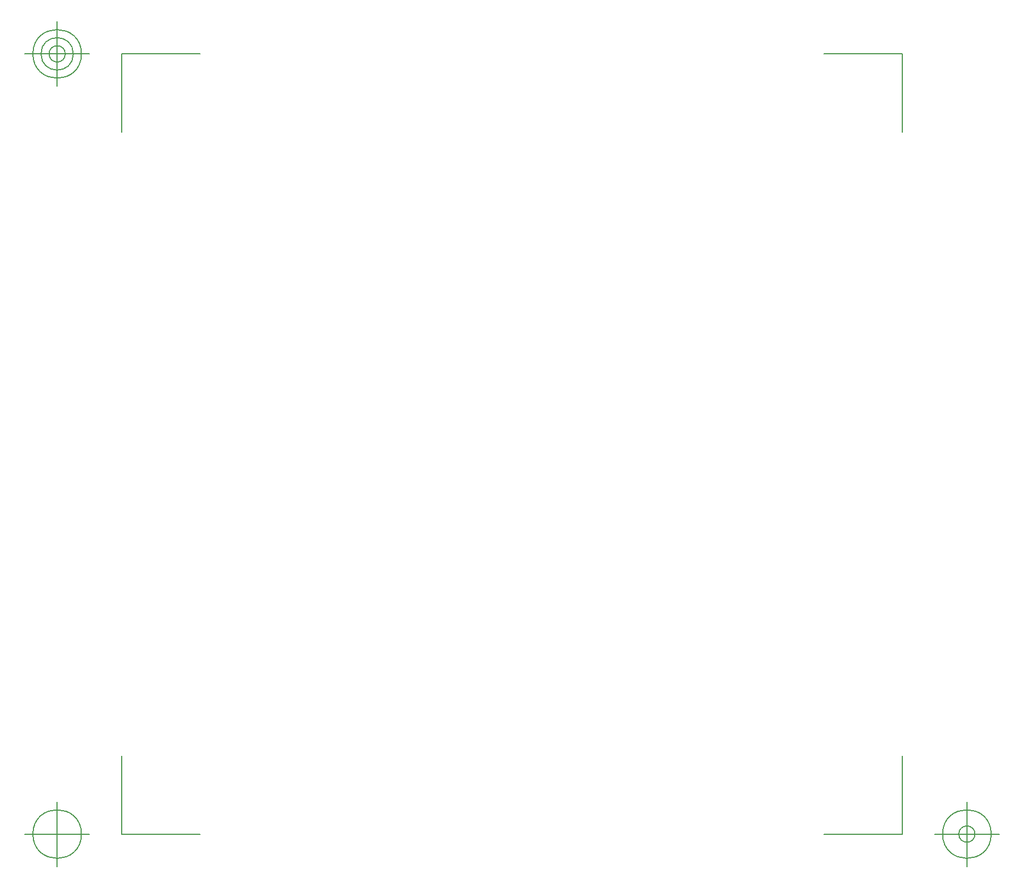
<source format=gbr>
G04 Generated by Ultiboard 14.3 *
%FSLAX34Y34*%
%MOMM*%

%ADD10C,0.0001*%
%ADD11C,0.1270*%


G04 ColorRGB FF14FF for the following layer *
%LNSilkscreen Bottom*%
%LPD*%
G54D10*
G54D11*
X-2540Y-2540D02*
X-2540Y117968D01*
X-2540Y-2540D02*
X117968Y-2540D01*
X1202540Y-2540D02*
X1082032Y-2540D01*
X1202540Y-2540D02*
X1202540Y117968D01*
X1202540Y1202540D02*
X1202540Y1082032D01*
X1202540Y1202540D02*
X1082032Y1202540D01*
X-2540Y1202540D02*
X117968Y1202540D01*
X-2540Y1202540D02*
X-2540Y1082032D01*
X-52540Y-2540D02*
X-152540Y-2540D01*
X-102540Y-52540D02*
X-102540Y47460D01*
X-140040Y-2540D02*
G75*
D01*
G02X-140040Y-2540I37500J0*
G01*
X1252540Y-2540D02*
X1352540Y-2540D01*
X1302540Y-52540D02*
X1302540Y47460D01*
X1265040Y-2540D02*
G75*
D01*
G02X1265040Y-2540I37500J0*
G01*
X1290040Y-2540D02*
G75*
D01*
G02X1290040Y-2540I12500J0*
G01*
X-52540Y1202540D02*
X-152540Y1202540D01*
X-102540Y1152540D02*
X-102540Y1252540D01*
X-140040Y1202540D02*
G75*
D01*
G02X-140040Y1202540I37500J0*
G01*
X-127540Y1202540D02*
G75*
D01*
G02X-127540Y1202540I25000J0*
G01*
X-115040Y1202540D02*
G75*
D01*
G02X-115040Y1202540I12500J0*
G01*

M02*

</source>
